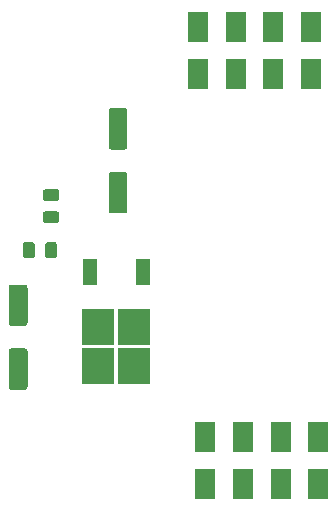
<source format=gbr>
G04 #@! TF.GenerationSoftware,KiCad,Pcbnew,5.1.5-52549c5~86~ubuntu16.04.1*
G04 #@! TF.CreationDate,2020-07-28T14:01:40+05:30*
G04 #@! TF.ProjectId,L298N_Motor_Driver_V1.0,4c323938-4e5f-44d6-9f74-6f725f447269,V1.0*
G04 #@! TF.SameCoordinates,Original*
G04 #@! TF.FileFunction,Paste,Top*
G04 #@! TF.FilePolarity,Positive*
%FSLAX46Y46*%
G04 Gerber Fmt 4.6, Leading zero omitted, Abs format (unit mm)*
G04 Created by KiCad (PCBNEW 5.1.5-52549c5~86~ubuntu16.04.1) date 2020-07-28 14:01:40*
%MOMM*%
%LPD*%
G04 APERTURE LIST*
%ADD10R,1.700000X2.500000*%
%ADD11R,2.750000X3.050000*%
%ADD12R,1.200000X2.200000*%
%ADD13C,0.100000*%
G04 APERTURE END LIST*
D10*
X148767800Y-73082400D03*
X148767800Y-77082400D03*
X149377400Y-107753400D03*
X149377400Y-111753400D03*
X142976600Y-107753400D03*
X142976600Y-111753400D03*
X146202400Y-107753400D03*
X146202400Y-111753400D03*
X151968200Y-73082400D03*
X151968200Y-77082400D03*
X142367000Y-73082400D03*
X142367000Y-77082400D03*
X145567400Y-73101200D03*
X145567400Y-77101200D03*
X152577800Y-107778800D03*
X152577800Y-111778800D03*
D11*
X133958600Y-98443600D03*
X137008600Y-101793600D03*
X137008600Y-98443600D03*
X133958600Y-101793600D03*
D12*
X133203600Y-93818600D03*
X137763600Y-93818600D03*
D13*
G36*
X130426542Y-88693074D02*
G01*
X130450203Y-88696584D01*
X130473407Y-88702396D01*
X130495929Y-88710454D01*
X130517553Y-88720682D01*
X130538070Y-88732979D01*
X130557283Y-88747229D01*
X130575007Y-88763293D01*
X130591071Y-88781017D01*
X130605321Y-88800230D01*
X130617618Y-88820747D01*
X130627846Y-88842371D01*
X130635904Y-88864893D01*
X130641716Y-88888097D01*
X130645226Y-88911758D01*
X130646400Y-88935650D01*
X130646400Y-89423150D01*
X130645226Y-89447042D01*
X130641716Y-89470703D01*
X130635904Y-89493907D01*
X130627846Y-89516429D01*
X130617618Y-89538053D01*
X130605321Y-89558570D01*
X130591071Y-89577783D01*
X130575007Y-89595507D01*
X130557283Y-89611571D01*
X130538070Y-89625821D01*
X130517553Y-89638118D01*
X130495929Y-89648346D01*
X130473407Y-89656404D01*
X130450203Y-89662216D01*
X130426542Y-89665726D01*
X130402650Y-89666900D01*
X129490150Y-89666900D01*
X129466258Y-89665726D01*
X129442597Y-89662216D01*
X129419393Y-89656404D01*
X129396871Y-89648346D01*
X129375247Y-89638118D01*
X129354730Y-89625821D01*
X129335517Y-89611571D01*
X129317793Y-89595507D01*
X129301729Y-89577783D01*
X129287479Y-89558570D01*
X129275182Y-89538053D01*
X129264954Y-89516429D01*
X129256896Y-89493907D01*
X129251084Y-89470703D01*
X129247574Y-89447042D01*
X129246400Y-89423150D01*
X129246400Y-88935650D01*
X129247574Y-88911758D01*
X129251084Y-88888097D01*
X129256896Y-88864893D01*
X129264954Y-88842371D01*
X129275182Y-88820747D01*
X129287479Y-88800230D01*
X129301729Y-88781017D01*
X129317793Y-88763293D01*
X129335517Y-88747229D01*
X129354730Y-88732979D01*
X129375247Y-88720682D01*
X129396871Y-88710454D01*
X129419393Y-88702396D01*
X129442597Y-88696584D01*
X129466258Y-88693074D01*
X129490150Y-88691900D01*
X130402650Y-88691900D01*
X130426542Y-88693074D01*
G37*
G36*
X130426542Y-86818074D02*
G01*
X130450203Y-86821584D01*
X130473407Y-86827396D01*
X130495929Y-86835454D01*
X130517553Y-86845682D01*
X130538070Y-86857979D01*
X130557283Y-86872229D01*
X130575007Y-86888293D01*
X130591071Y-86906017D01*
X130605321Y-86925230D01*
X130617618Y-86945747D01*
X130627846Y-86967371D01*
X130635904Y-86989893D01*
X130641716Y-87013097D01*
X130645226Y-87036758D01*
X130646400Y-87060650D01*
X130646400Y-87548150D01*
X130645226Y-87572042D01*
X130641716Y-87595703D01*
X130635904Y-87618907D01*
X130627846Y-87641429D01*
X130617618Y-87663053D01*
X130605321Y-87683570D01*
X130591071Y-87702783D01*
X130575007Y-87720507D01*
X130557283Y-87736571D01*
X130538070Y-87750821D01*
X130517553Y-87763118D01*
X130495929Y-87773346D01*
X130473407Y-87781404D01*
X130450203Y-87787216D01*
X130426542Y-87790726D01*
X130402650Y-87791900D01*
X129490150Y-87791900D01*
X129466258Y-87790726D01*
X129442597Y-87787216D01*
X129419393Y-87781404D01*
X129396871Y-87773346D01*
X129375247Y-87763118D01*
X129354730Y-87750821D01*
X129335517Y-87736571D01*
X129317793Y-87720507D01*
X129301729Y-87702783D01*
X129287479Y-87683570D01*
X129275182Y-87663053D01*
X129264954Y-87641429D01*
X129256896Y-87618907D01*
X129251084Y-87595703D01*
X129247574Y-87572042D01*
X129246400Y-87548150D01*
X129246400Y-87060650D01*
X129247574Y-87036758D01*
X129251084Y-87013097D01*
X129256896Y-86989893D01*
X129264954Y-86967371D01*
X129275182Y-86945747D01*
X129287479Y-86925230D01*
X129301729Y-86906017D01*
X129317793Y-86888293D01*
X129335517Y-86872229D01*
X129354730Y-86857979D01*
X129375247Y-86845682D01*
X129396871Y-86835454D01*
X129419393Y-86827396D01*
X129442597Y-86821584D01*
X129466258Y-86818074D01*
X129490150Y-86816900D01*
X130402650Y-86816900D01*
X130426542Y-86818074D01*
G37*
G36*
X130214042Y-91274574D02*
G01*
X130237703Y-91278084D01*
X130260907Y-91283896D01*
X130283429Y-91291954D01*
X130305053Y-91302182D01*
X130325570Y-91314479D01*
X130344783Y-91328729D01*
X130362507Y-91344793D01*
X130378571Y-91362517D01*
X130392821Y-91381730D01*
X130405118Y-91402247D01*
X130415346Y-91423871D01*
X130423404Y-91446393D01*
X130429216Y-91469597D01*
X130432726Y-91493258D01*
X130433900Y-91517150D01*
X130433900Y-92429650D01*
X130432726Y-92453542D01*
X130429216Y-92477203D01*
X130423404Y-92500407D01*
X130415346Y-92522929D01*
X130405118Y-92544553D01*
X130392821Y-92565070D01*
X130378571Y-92584283D01*
X130362507Y-92602007D01*
X130344783Y-92618071D01*
X130325570Y-92632321D01*
X130305053Y-92644618D01*
X130283429Y-92654846D01*
X130260907Y-92662904D01*
X130237703Y-92668716D01*
X130214042Y-92672226D01*
X130190150Y-92673400D01*
X129702650Y-92673400D01*
X129678758Y-92672226D01*
X129655097Y-92668716D01*
X129631893Y-92662904D01*
X129609371Y-92654846D01*
X129587747Y-92644618D01*
X129567230Y-92632321D01*
X129548017Y-92618071D01*
X129530293Y-92602007D01*
X129514229Y-92584283D01*
X129499979Y-92565070D01*
X129487682Y-92544553D01*
X129477454Y-92522929D01*
X129469396Y-92500407D01*
X129463584Y-92477203D01*
X129460074Y-92453542D01*
X129458900Y-92429650D01*
X129458900Y-91517150D01*
X129460074Y-91493258D01*
X129463584Y-91469597D01*
X129469396Y-91446393D01*
X129477454Y-91423871D01*
X129487682Y-91402247D01*
X129499979Y-91381730D01*
X129514229Y-91362517D01*
X129530293Y-91344793D01*
X129548017Y-91328729D01*
X129567230Y-91314479D01*
X129587747Y-91302182D01*
X129609371Y-91291954D01*
X129631893Y-91283896D01*
X129655097Y-91278084D01*
X129678758Y-91274574D01*
X129702650Y-91273400D01*
X130190150Y-91273400D01*
X130214042Y-91274574D01*
G37*
G36*
X128339042Y-91274574D02*
G01*
X128362703Y-91278084D01*
X128385907Y-91283896D01*
X128408429Y-91291954D01*
X128430053Y-91302182D01*
X128450570Y-91314479D01*
X128469783Y-91328729D01*
X128487507Y-91344793D01*
X128503571Y-91362517D01*
X128517821Y-91381730D01*
X128530118Y-91402247D01*
X128540346Y-91423871D01*
X128548404Y-91446393D01*
X128554216Y-91469597D01*
X128557726Y-91493258D01*
X128558900Y-91517150D01*
X128558900Y-92429650D01*
X128557726Y-92453542D01*
X128554216Y-92477203D01*
X128548404Y-92500407D01*
X128540346Y-92522929D01*
X128530118Y-92544553D01*
X128517821Y-92565070D01*
X128503571Y-92584283D01*
X128487507Y-92602007D01*
X128469783Y-92618071D01*
X128450570Y-92632321D01*
X128430053Y-92644618D01*
X128408429Y-92654846D01*
X128385907Y-92662904D01*
X128362703Y-92668716D01*
X128339042Y-92672226D01*
X128315150Y-92673400D01*
X127827650Y-92673400D01*
X127803758Y-92672226D01*
X127780097Y-92668716D01*
X127756893Y-92662904D01*
X127734371Y-92654846D01*
X127712747Y-92644618D01*
X127692230Y-92632321D01*
X127673017Y-92618071D01*
X127655293Y-92602007D01*
X127639229Y-92584283D01*
X127624979Y-92565070D01*
X127612682Y-92544553D01*
X127602454Y-92522929D01*
X127594396Y-92500407D01*
X127588584Y-92477203D01*
X127585074Y-92453542D01*
X127583900Y-92429650D01*
X127583900Y-91517150D01*
X127585074Y-91493258D01*
X127588584Y-91469597D01*
X127594396Y-91446393D01*
X127602454Y-91423871D01*
X127612682Y-91402247D01*
X127624979Y-91381730D01*
X127639229Y-91362517D01*
X127655293Y-91344793D01*
X127673017Y-91328729D01*
X127692230Y-91314479D01*
X127712747Y-91302182D01*
X127734371Y-91291954D01*
X127756893Y-91283896D01*
X127780097Y-91278084D01*
X127803758Y-91274574D01*
X127827650Y-91273400D01*
X128315150Y-91273400D01*
X128339042Y-91274574D01*
G37*
G36*
X127726904Y-100290604D02*
G01*
X127751173Y-100294204D01*
X127774971Y-100300165D01*
X127798071Y-100308430D01*
X127820249Y-100318920D01*
X127841293Y-100331533D01*
X127860998Y-100346147D01*
X127879177Y-100362623D01*
X127895653Y-100380802D01*
X127910267Y-100400507D01*
X127922880Y-100421551D01*
X127933370Y-100443729D01*
X127941635Y-100466829D01*
X127947596Y-100490627D01*
X127951196Y-100514896D01*
X127952400Y-100539400D01*
X127952400Y-103539400D01*
X127951196Y-103563904D01*
X127947596Y-103588173D01*
X127941635Y-103611971D01*
X127933370Y-103635071D01*
X127922880Y-103657249D01*
X127910267Y-103678293D01*
X127895653Y-103697998D01*
X127879177Y-103716177D01*
X127860998Y-103732653D01*
X127841293Y-103747267D01*
X127820249Y-103759880D01*
X127798071Y-103770370D01*
X127774971Y-103778635D01*
X127751173Y-103784596D01*
X127726904Y-103788196D01*
X127702400Y-103789400D01*
X126602400Y-103789400D01*
X126577896Y-103788196D01*
X126553627Y-103784596D01*
X126529829Y-103778635D01*
X126506729Y-103770370D01*
X126484551Y-103759880D01*
X126463507Y-103747267D01*
X126443802Y-103732653D01*
X126425623Y-103716177D01*
X126409147Y-103697998D01*
X126394533Y-103678293D01*
X126381920Y-103657249D01*
X126371430Y-103635071D01*
X126363165Y-103611971D01*
X126357204Y-103588173D01*
X126353604Y-103563904D01*
X126352400Y-103539400D01*
X126352400Y-100539400D01*
X126353604Y-100514896D01*
X126357204Y-100490627D01*
X126363165Y-100466829D01*
X126371430Y-100443729D01*
X126381920Y-100421551D01*
X126394533Y-100400507D01*
X126409147Y-100380802D01*
X126425623Y-100362623D01*
X126443802Y-100346147D01*
X126463507Y-100331533D01*
X126484551Y-100318920D01*
X126506729Y-100308430D01*
X126529829Y-100300165D01*
X126553627Y-100294204D01*
X126577896Y-100290604D01*
X126602400Y-100289400D01*
X127702400Y-100289400D01*
X127726904Y-100290604D01*
G37*
G36*
X127726904Y-94890604D02*
G01*
X127751173Y-94894204D01*
X127774971Y-94900165D01*
X127798071Y-94908430D01*
X127820249Y-94918920D01*
X127841293Y-94931533D01*
X127860998Y-94946147D01*
X127879177Y-94962623D01*
X127895653Y-94980802D01*
X127910267Y-95000507D01*
X127922880Y-95021551D01*
X127933370Y-95043729D01*
X127941635Y-95066829D01*
X127947596Y-95090627D01*
X127951196Y-95114896D01*
X127952400Y-95139400D01*
X127952400Y-98139400D01*
X127951196Y-98163904D01*
X127947596Y-98188173D01*
X127941635Y-98211971D01*
X127933370Y-98235071D01*
X127922880Y-98257249D01*
X127910267Y-98278293D01*
X127895653Y-98297998D01*
X127879177Y-98316177D01*
X127860998Y-98332653D01*
X127841293Y-98347267D01*
X127820249Y-98359880D01*
X127798071Y-98370370D01*
X127774971Y-98378635D01*
X127751173Y-98384596D01*
X127726904Y-98388196D01*
X127702400Y-98389400D01*
X126602400Y-98389400D01*
X126577896Y-98388196D01*
X126553627Y-98384596D01*
X126529829Y-98378635D01*
X126506729Y-98370370D01*
X126484551Y-98359880D01*
X126463507Y-98347267D01*
X126443802Y-98332653D01*
X126425623Y-98316177D01*
X126409147Y-98297998D01*
X126394533Y-98278293D01*
X126381920Y-98257249D01*
X126371430Y-98235071D01*
X126363165Y-98211971D01*
X126357204Y-98188173D01*
X126353604Y-98163904D01*
X126352400Y-98139400D01*
X126352400Y-95139400D01*
X126353604Y-95114896D01*
X126357204Y-95090627D01*
X126363165Y-95066829D01*
X126371430Y-95043729D01*
X126381920Y-95021551D01*
X126394533Y-95000507D01*
X126409147Y-94980802D01*
X126425623Y-94962623D01*
X126443802Y-94946147D01*
X126463507Y-94931533D01*
X126484551Y-94918920D01*
X126506729Y-94908430D01*
X126529829Y-94900165D01*
X126553627Y-94894204D01*
X126577896Y-94890604D01*
X126602400Y-94889400D01*
X127702400Y-94889400D01*
X127726904Y-94890604D01*
G37*
G36*
X136185104Y-85355404D02*
G01*
X136209373Y-85359004D01*
X136233171Y-85364965D01*
X136256271Y-85373230D01*
X136278449Y-85383720D01*
X136299493Y-85396333D01*
X136319198Y-85410947D01*
X136337377Y-85427423D01*
X136353853Y-85445602D01*
X136368467Y-85465307D01*
X136381080Y-85486351D01*
X136391570Y-85508529D01*
X136399835Y-85531629D01*
X136405796Y-85555427D01*
X136409396Y-85579696D01*
X136410600Y-85604200D01*
X136410600Y-88604200D01*
X136409396Y-88628704D01*
X136405796Y-88652973D01*
X136399835Y-88676771D01*
X136391570Y-88699871D01*
X136381080Y-88722049D01*
X136368467Y-88743093D01*
X136353853Y-88762798D01*
X136337377Y-88780977D01*
X136319198Y-88797453D01*
X136299493Y-88812067D01*
X136278449Y-88824680D01*
X136256271Y-88835170D01*
X136233171Y-88843435D01*
X136209373Y-88849396D01*
X136185104Y-88852996D01*
X136160600Y-88854200D01*
X135060600Y-88854200D01*
X135036096Y-88852996D01*
X135011827Y-88849396D01*
X134988029Y-88843435D01*
X134964929Y-88835170D01*
X134942751Y-88824680D01*
X134921707Y-88812067D01*
X134902002Y-88797453D01*
X134883823Y-88780977D01*
X134867347Y-88762798D01*
X134852733Y-88743093D01*
X134840120Y-88722049D01*
X134829630Y-88699871D01*
X134821365Y-88676771D01*
X134815404Y-88652973D01*
X134811804Y-88628704D01*
X134810600Y-88604200D01*
X134810600Y-85604200D01*
X134811804Y-85579696D01*
X134815404Y-85555427D01*
X134821365Y-85531629D01*
X134829630Y-85508529D01*
X134840120Y-85486351D01*
X134852733Y-85465307D01*
X134867347Y-85445602D01*
X134883823Y-85427423D01*
X134902002Y-85410947D01*
X134921707Y-85396333D01*
X134942751Y-85383720D01*
X134964929Y-85373230D01*
X134988029Y-85364965D01*
X135011827Y-85359004D01*
X135036096Y-85355404D01*
X135060600Y-85354200D01*
X136160600Y-85354200D01*
X136185104Y-85355404D01*
G37*
G36*
X136185104Y-79955404D02*
G01*
X136209373Y-79959004D01*
X136233171Y-79964965D01*
X136256271Y-79973230D01*
X136278449Y-79983720D01*
X136299493Y-79996333D01*
X136319198Y-80010947D01*
X136337377Y-80027423D01*
X136353853Y-80045602D01*
X136368467Y-80065307D01*
X136381080Y-80086351D01*
X136391570Y-80108529D01*
X136399835Y-80131629D01*
X136405796Y-80155427D01*
X136409396Y-80179696D01*
X136410600Y-80204200D01*
X136410600Y-83204200D01*
X136409396Y-83228704D01*
X136405796Y-83252973D01*
X136399835Y-83276771D01*
X136391570Y-83299871D01*
X136381080Y-83322049D01*
X136368467Y-83343093D01*
X136353853Y-83362798D01*
X136337377Y-83380977D01*
X136319198Y-83397453D01*
X136299493Y-83412067D01*
X136278449Y-83424680D01*
X136256271Y-83435170D01*
X136233171Y-83443435D01*
X136209373Y-83449396D01*
X136185104Y-83452996D01*
X136160600Y-83454200D01*
X135060600Y-83454200D01*
X135036096Y-83452996D01*
X135011827Y-83449396D01*
X134988029Y-83443435D01*
X134964929Y-83435170D01*
X134942751Y-83424680D01*
X134921707Y-83412067D01*
X134902002Y-83397453D01*
X134883823Y-83380977D01*
X134867347Y-83362798D01*
X134852733Y-83343093D01*
X134840120Y-83322049D01*
X134829630Y-83299871D01*
X134821365Y-83276771D01*
X134815404Y-83252973D01*
X134811804Y-83228704D01*
X134810600Y-83204200D01*
X134810600Y-80204200D01*
X134811804Y-80179696D01*
X134815404Y-80155427D01*
X134821365Y-80131629D01*
X134829630Y-80108529D01*
X134840120Y-80086351D01*
X134852733Y-80065307D01*
X134867347Y-80045602D01*
X134883823Y-80027423D01*
X134902002Y-80010947D01*
X134921707Y-79996333D01*
X134942751Y-79983720D01*
X134964929Y-79973230D01*
X134988029Y-79964965D01*
X135011827Y-79959004D01*
X135036096Y-79955404D01*
X135060600Y-79954200D01*
X136160600Y-79954200D01*
X136185104Y-79955404D01*
G37*
M02*

</source>
